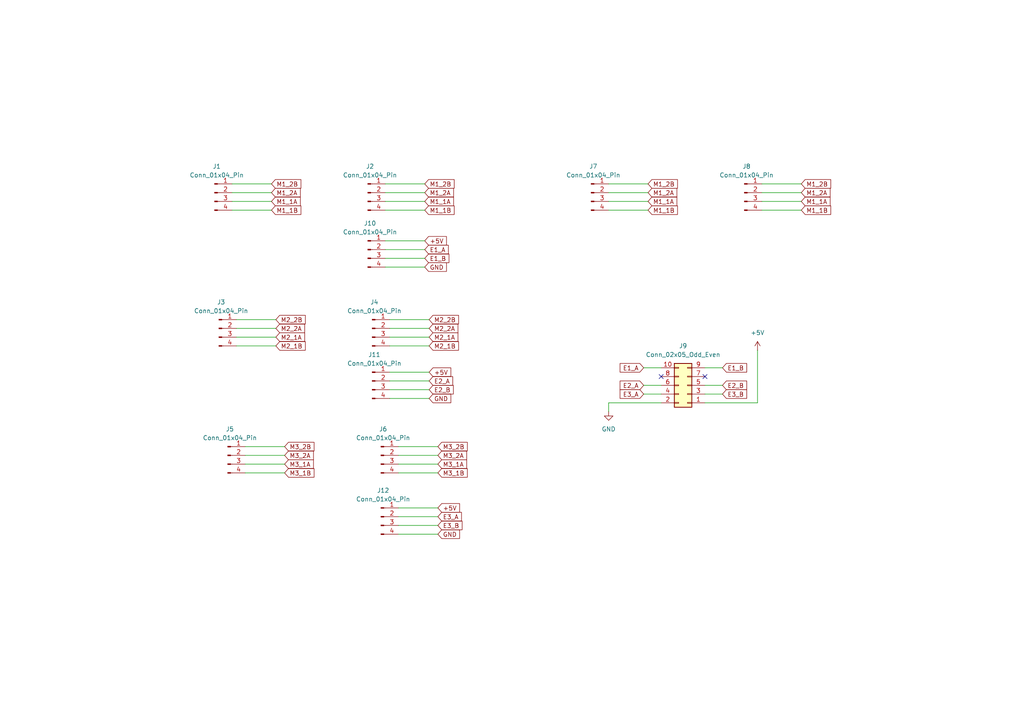
<source format=kicad_sch>
(kicad_sch (version 20231120) (generator "eeschema") (generator_version "8.0")
  (paper "A4")
  (lib_symbols
    (symbol "Connector:Conn_01x04_Pin" (pin_names (offset 1.016) hide)
      (property "Reference" "J" (at 0 5.08 0))
      (property "Value" "Conn_01x04_Pin" (at 0 -7.62 0))
      (symbol "Conn_01x04_Pin_1_1"
        (polyline (pts (xy 1.27 -5.08) (xy 0.8636 -5.08)) (stroke (width 0.1524)))
        (polyline (pts (xy 1.27 -2.54) (xy 0.8636 -2.54)) (stroke (width 0.1524)))
        (polyline (pts (xy 1.27 0) (xy 0.8636 0)) (stroke (width 0.1524)))
        (polyline (pts (xy 1.27 2.54) (xy 0.8636 2.54)) (stroke (width 0.1524)))
        (rectangle (start 0.8636 -4.953) (end 0 -5.207) (stroke (width 0.1524)) (fill (type outline)))
        (rectangle (start 0.8636 -2.413) (end 0 -2.667) (stroke (width 0.1524)) (fill (type outline)))
        (rectangle (start 0.8636 0.127) (end 0 -0.127) (stroke (width 0.1524)) (fill (type outline)))
        (rectangle (start 0.8636 2.667) (end 0 2.413) (stroke (width 0.1524)) (fill (type outline)))
        (pin passive line (at 5.08 2.54 180) (length 3.81) (name "Pin_1") (number "1"))
        (pin passive line (at 5.08 0 180) (length 3.81) (name "Pin_2") (number "2"))
        (pin passive line (at 5.08 -2.54 180) (length 3.81) (name "Pin_3") (number "3"))
        (pin passive line (at 5.08 -5.08 180) (length 3.81) (name "Pin_4") (number "4"))
      )
    )
    (symbol "Connector_Generic:Conn_02x05_Odd_Even" (pin_names (offset 1.016) hide)
      (property "Reference" "J" (at 1.27 7.62 0))
      (property "Value" "Conn_02x05_Odd_Even" (at 1.27 -7.62 0))
      (symbol "Conn_02x05_Odd_Even_1_1"
        (rectangle (start -1.27 -4.953) (end 0 -5.207) (stroke (width 0.1524)))
        (rectangle (start -1.27 -2.413) (end 0 -2.667) (stroke (width 0.1524)))
        (rectangle (start -1.27 0.127) (end 0 -0.127) (stroke (width 0.1524)))
        (rectangle (start -1.27 2.667) (end 0 2.413) (stroke (width 0.1524)))
        (rectangle (start -1.27 5.207) (end 0 4.953) (stroke (width 0.1524)))
        (rectangle (start -1.27 6.35) (end 3.81 -6.35) (stroke (width 0.254)) (fill (type background)))
        (rectangle (start 3.81 -4.953) (end 2.54 -5.207) (stroke (width 0.1524)))
        (rectangle (start 3.81 -2.413) (end 2.54 -2.667) (stroke (width 0.1524)))
        (rectangle (start 3.81 0.127) (end 2.54 -0.127) (stroke (width 0.1524)))
        (rectangle (start 3.81 2.667) (end 2.54 2.413) (stroke (width 0.1524)))
        (rectangle (start 3.81 5.207) (end 2.54 4.953) (stroke (width 0.1524)))
        (pin passive line (at -5.08 5.08 0) (length 3.81) (name "Pin_1") (number "1"))
        (pin passive line (at 7.62 -5.08 180) (length 3.81) (name "Pin_10") (number "10"))
        (pin passive line (at 7.62 5.08 180) (length 3.81) (name "Pin_2") (number "2"))
        (pin passive line (at -5.08 2.54 0) (length 3.81) (name "Pin_3") (number "3"))
        (pin passive line (at 7.62 2.54 180) (length 3.81) (name "Pin_4") (number "4"))
        (pin passive line (at -5.08 0 0) (length 3.81) (name "Pin_5") (number "5"))
        (pin passive line (at 7.62 0 180) (length 3.81) (name "Pin_6") (number "6"))
        (pin passive line (at -5.08 -2.54 0) (length 3.81) (name "Pin_7") (number "7"))
        (pin passive line (at 7.62 -2.54 180) (length 3.81) (name "Pin_8") (number "8"))
        (pin passive line (at -5.08 -5.08 0) (length 3.81) (name "Pin_9") (number "9"))
      )
    )
    (symbol "power:+5V" (power) (pin_numbers hide) (pin_names (offset 0) hide)
      (property "Value" "+5V" (at 0 3.556 0))
      (symbol "+5V_0_1"
        (polyline (pts (xy -0.762 1.27) (xy 0 2.54)))
        (polyline (pts (xy 0 0) (xy 0 2.54)))
        (polyline (pts (xy 0 2.54) (xy 0.762 1.27)))
      )
      (symbol "+5V_1_1"
        (pin power_in line (at 0 0 90) (length 0) (name "~") (number "1"))
      )
    )
    (symbol "power:GND" (power) (pin_numbers hide) (pin_names (offset 0) hide)
      (property "Value" "GND" (at 0 -3.81 0))
      (symbol "GND_0_1"
        (polyline (pts (xy 0 0) (xy 0 -1.27) (xy 1.27 -1.27) (xy 0 -2.54) (xy -1.27 -1.27) (xy 0 -1.27)))
      )
      (symbol "GND_1_1"
        (pin power_in line (at 0 0 270) (length 0) (name "~") (number "1"))
      )
    )
  )
  (no_connect (at 204.47 109.22))
  (no_connect (at 191.77 109.22))
  (wire (pts (xy 220.98 55.88) (xy 232.41 55.88)))
  (wire (pts (xy 68.58 92.71) (xy 80.01 92.71)))
  (wire (pts (xy 115.57 149.86) (xy 127 149.86)))
  (wire (pts (xy 176.53 58.42) (xy 187.96 58.42)))
  (wire (pts (xy 204.47 106.68) (xy 209.55 106.68)))
  (wire (pts (xy 111.76 55.88) (xy 123.19 55.88)))
  (wire (pts (xy 220.98 58.42) (xy 232.41 58.42)))
  (wire (pts (xy 113.03 107.95) (xy 124.46 107.95)))
  (wire (pts (xy 186.69 111.76) (xy 191.77 111.76)))
  (wire (pts (xy 71.12 132.08) (xy 82.55 132.08)))
  (wire (pts (xy 111.76 58.42) (xy 123.19 58.42)))
  (wire (pts (xy 67.31 60.96) (xy 78.74 60.96)))
  (wire (pts (xy 219.71 101.6) (xy 219.71 116.84)))
  (wire (pts (xy 115.57 137.16) (xy 127 137.16)))
  (wire (pts (xy 111.76 77.47) (xy 123.19 77.47)))
  (wire (pts (xy 176.53 55.88) (xy 187.96 55.88)))
  (wire (pts (xy 111.76 72.39) (xy 123.19 72.39)))
  (wire (pts (xy 113.03 110.49) (xy 124.46 110.49)))
  (wire (pts (xy 176.53 119.38) (xy 176.53 116.84)))
  (wire (pts (xy 67.31 53.34) (xy 78.74 53.34)))
  (wire (pts (xy 115.57 152.4) (xy 127 152.4)))
  (wire (pts (xy 111.76 60.96) (xy 123.19 60.96)))
  (wire (pts (xy 176.53 60.96) (xy 187.96 60.96)))
  (wire (pts (xy 71.12 129.54) (xy 82.55 129.54)))
  (wire (pts (xy 113.03 92.71) (xy 124.46 92.71)))
  (wire (pts (xy 111.76 69.85) (xy 123.19 69.85)))
  (wire (pts (xy 68.58 95.25) (xy 80.01 95.25)))
  (wire (pts (xy 67.31 58.42) (xy 78.74 58.42)))
  (wire (pts (xy 204.47 116.84) (xy 219.71 116.84)))
  (wire (pts (xy 186.69 114.3) (xy 191.77 114.3)))
  (wire (pts (xy 68.58 97.79) (xy 80.01 97.79)))
  (wire (pts (xy 71.12 134.62) (xy 82.55 134.62)))
  (wire (pts (xy 115.57 134.62) (xy 127 134.62)))
  (wire (pts (xy 71.12 137.16) (xy 82.55 137.16)))
  (wire (pts (xy 220.98 60.96) (xy 232.41 60.96)))
  (wire (pts (xy 113.03 113.03) (xy 124.46 113.03)))
  (wire (pts (xy 220.98 53.34) (xy 232.41 53.34)))
  (wire (pts (xy 113.03 100.33) (xy 124.46 100.33)))
  (wire (pts (xy 67.31 55.88) (xy 78.74 55.88)))
  (wire (pts (xy 113.03 115.57) (xy 124.46 115.57)))
  (wire (pts (xy 115.57 147.32) (xy 127 147.32)))
  (wire (pts (xy 113.03 95.25) (xy 124.46 95.25)))
  (wire (pts (xy 113.03 97.79) (xy 124.46 97.79)))
  (wire (pts (xy 111.76 53.34) (xy 123.19 53.34)))
  (wire (pts (xy 68.58 100.33) (xy 80.01 100.33)))
  (wire (pts (xy 115.57 132.08) (xy 127 132.08)))
  (wire (pts (xy 176.53 116.84) (xy 191.77 116.84)))
  (wire (pts (xy 111.76 74.93) (xy 123.19 74.93)))
  (wire (pts (xy 115.57 154.94) (xy 127 154.94)))
  (wire (pts (xy 115.57 129.54) (xy 127 129.54)))
  (wire (pts (xy 176.53 53.34) (xy 187.96 53.34)))
  (wire (pts (xy 204.47 114.3) (xy 209.55 114.3)))
  (wire (pts (xy 204.47 111.76) (xy 209.55 111.76)))
  (wire (pts (xy 186.69 106.68) (xy 191.77 106.68)))
  (global_label "E3_B" (shape input) (at 127 152.4 0) (property "Intersheetrefs" "${INTERSHEET_REFS}" (effects (hide yes))))
  (global_label "M1_2A" (shape input) (at 232.41 55.88 0) (property "Intersheetrefs" "${INTERSHEET_REFS}" (effects (hide yes))))
  (global_label "M1_1B" (shape input) (at 78.74 60.96 0) (property "Intersheetrefs" "${INTERSHEET_REFS}" (effects (hide yes))))
  (global_label "+5V" (shape input) (at 123.19 69.85 0) (property "Intersheetrefs" "${INTERSHEET_REFS}" (effects (hide yes))))
  (global_label "E1_A" (shape input) (at 123.19 72.39 0) (property "Intersheetrefs" "${INTERSHEET_REFS}" (effects (hide yes))))
  (global_label "E3_A" (shape input) (at 127 149.86 0) (property "Intersheetrefs" "${INTERSHEET_REFS}" (effects (hide yes))))
  (global_label "M1_1A" (shape input) (at 187.96 58.42 0) (property "Intersheetrefs" "${INTERSHEET_REFS}" (effects (hide yes))))
  (global_label "M1_2B" (shape input) (at 78.74 53.34 0) (property "Intersheetrefs" "${INTERSHEET_REFS}" (effects (hide yes))))
  (global_label "M3_2A" (shape input) (at 127 132.08 0) (property "Intersheetrefs" "${INTERSHEET_REFS}" (effects (hide yes))))
  (global_label "M1_1B" (shape input) (at 123.19 60.96 0) (property "Intersheetrefs" "${INTERSHEET_REFS}" (effects (hide yes))))
  (global_label "M1_2B" (shape input) (at 232.41 53.34 0) (property "Intersheetrefs" "${INTERSHEET_REFS}" (effects (hide yes))))
  (global_label "M2_2A" (shape input) (at 80.01 95.25 0) (property "Intersheetrefs" "${INTERSHEET_REFS}" (effects (hide yes))))
  (global_label "GND" (shape input) (at 127 154.94 0) (property "Intersheetrefs" "${INTERSHEET_REFS}" (effects (hide yes))))
  (global_label "M1_1A" (shape input) (at 78.74 58.42 0) (property "Intersheetrefs" "${INTERSHEET_REFS}" (effects (hide yes))))
  (global_label "E1_B" (shape input) (at 209.55 106.68 0) (property "Intersheetrefs" "${INTERSHEET_REFS}" (effects (hide yes))))
  (global_label "M1_1A" (shape input) (at 232.41 58.42 0) (property "Intersheetrefs" "${INTERSHEET_REFS}" (effects (hide yes))))
  (global_label "E2_B" (shape input) (at 209.55 111.76 0) (property "Intersheetrefs" "${INTERSHEET_REFS}" (effects (hide yes))))
  (global_label "M2_1A" (shape input) (at 124.46 97.79 0) (property "Intersheetrefs" "${INTERSHEET_REFS}" (effects (hide yes))))
  (global_label "M3_2A" (shape input) (at 82.55 132.08 0) (property "Intersheetrefs" "${INTERSHEET_REFS}" (effects (hide yes))))
  (global_label "M1_1A" (shape input) (at 123.19 58.42 0) (property "Intersheetrefs" "${INTERSHEET_REFS}" (effects (hide yes))))
  (global_label "M1_2B" (shape input) (at 123.19 53.34 0) (property "Intersheetrefs" "${INTERSHEET_REFS}" (effects (hide yes))))
  (global_label "+5V" (shape input) (at 127 147.32 0) (property "Intersheetrefs" "${INTERSHEET_REFS}" (effects (hide yes))))
  (global_label "M1_1B" (shape input) (at 232.41 60.96 0) (property "Intersheetrefs" "${INTERSHEET_REFS}" (effects (hide yes))))
  (global_label "M3_1B" (shape input) (at 127 137.16 0) (property "Intersheetrefs" "${INTERSHEET_REFS}" (effects (hide yes))))
  (global_label "M2_2A" (shape input) (at 124.46 95.25 0) (property "Intersheetrefs" "${INTERSHEET_REFS}" (effects (hide yes))))
  (global_label "E2_A" (shape input) (at 124.46 110.49 0) (property "Intersheetrefs" "${INTERSHEET_REFS}" (effects (hide yes))))
  (global_label "M2_1B" (shape input) (at 80.01 100.33 0) (property "Intersheetrefs" "${INTERSHEET_REFS}" (effects (hide yes))))
  (global_label "M2_2B" (shape input) (at 80.01 92.71 0) (property "Intersheetrefs" "${INTERSHEET_REFS}" (effects (hide yes))))
  (global_label "M2_1B" (shape input) (at 124.46 100.33 0) (property "Intersheetrefs" "${INTERSHEET_REFS}" (effects (hide yes))))
  (global_label "E3_A" (shape input) (at 186.69 114.3 180) (property "Intersheetrefs" "${INTERSHEET_REFS}" (effects (hide yes))))
  (global_label "GND" (shape input) (at 124.46 115.57 0) (property "Intersheetrefs" "${INTERSHEET_REFS}" (effects (hide yes))))
  (global_label "GND" (shape input) (at 123.19 77.47 0) (property "Intersheetrefs" "${INTERSHEET_REFS}" (effects (hide yes))))
  (global_label "M1_2B" (shape input) (at 187.96 53.34 0) (property "Intersheetrefs" "${INTERSHEET_REFS}" (effects (hide yes))))
  (global_label "+5V" (shape input) (at 124.46 107.95 0) (property "Intersheetrefs" "${INTERSHEET_REFS}" (effects (hide yes))))
  (global_label "M1_2A" (shape input) (at 187.96 55.88 0) (property "Intersheetrefs" "${INTERSHEET_REFS}" (effects (hide yes))))
  (global_label "E1_B" (shape input) (at 123.19 74.93 0) (property "Intersheetrefs" "${INTERSHEET_REFS}" (effects (hide yes))))
  (global_label "E1_A" (shape input) (at 186.69 106.68 180) (property "Intersheetrefs" "${INTERSHEET_REFS}" (effects (hide yes))))
  (global_label "M3_1B" (shape input) (at 82.55 137.16 0) (property "Intersheetrefs" "${INTERSHEET_REFS}" (effects (hide yes))))
  (global_label "E2_B" (shape input) (at 124.46 113.03 0) (property "Intersheetrefs" "${INTERSHEET_REFS}" (effects (hide yes))))
  (global_label "E2_A" (shape input) (at 186.69 111.76 180) (property "Intersheetrefs" "${INTERSHEET_REFS}" (effects (hide yes))))
  (global_label "M1_2A" (shape input) (at 123.19 55.88 0) (property "Intersheetrefs" "${INTERSHEET_REFS}" (effects (hide yes))))
  (global_label "M3_2B" (shape input) (at 127 129.54 0) (property "Intersheetrefs" "${INTERSHEET_REFS}" (effects (hide yes))))
  (global_label "E3_B" (shape input) (at 209.55 114.3 0) (property "Intersheetrefs" "${INTERSHEET_REFS}" (effects (hide yes))))
  (global_label "M3_2B" (shape input) (at 82.55 129.54 0) (property "Intersheetrefs" "${INTERSHEET_REFS}" (effects (hide yes))))
  (global_label "M1_2A" (shape input) (at 78.74 55.88 0) (property "Intersheetrefs" "${INTERSHEET_REFS}" (effects (hide yes))))
  (global_label "M3_1A" (shape input) (at 127 134.62 0) (property "Intersheetrefs" "${INTERSHEET_REFS}" (effects (hide yes))))
  (global_label "M1_1B" (shape input) (at 187.96 60.96 0) (property "Intersheetrefs" "${INTERSHEET_REFS}" (effects (hide yes))))
  (global_label "M2_1A" (shape input) (at 80.01 97.79 0) (property "Intersheetrefs" "${INTERSHEET_REFS}" (effects (hide yes))))
  (global_label "M3_1A" (shape input) (at 82.55 134.62 0) (property "Intersheetrefs" "${INTERSHEET_REFS}" (effects (hide yes))))
  (global_label "M2_2B" (shape input) (at 124.46 92.71 0) (property "Intersheetrefs" "${INTERSHEET_REFS}" (effects (hide yes))))
  (symbol (lib_id "Connector:Conn_01x04_Pin") (at 107.95 95.25 0) (unit 1)
    (property "Reference" "J4" (at 108.585 87.63 0))
    (property "Value" "Conn_01x04_Pin" (at 108.585 90.17 0))
    (property "Description" "Generic connector, single row, 01x04, script generated" (effects (hide yes)))
  )
  (symbol (lib_id "Connector:Conn_01x04_Pin") (at 62.23 55.88 0) (unit 1)
    (property "Reference" "J1" (at 62.865 48.26 0))
    (property "Value" "Conn_01x04_Pin" (at 62.865 50.8 0))
    (property "Description" "Generic connector, single row, 01x04, script generated" (effects (hide yes)))
  )
  (symbol (lib_id "power:+5V") (at 219.71 101.6 0) (unit 1)
    (property "Reference" "#PWR01" (effects (hide yes)))
    (property "Value" "+5V" (at 219.71 96.52 0))
    (property "Description" "Power symbol creates a global label with name \"+5V\"" (effects (hide yes)))
  )
  (symbol (lib_id "Connector:Conn_01x04_Pin") (at 110.49 132.08 0) (unit 1)
    (property "Reference" "J6" (at 111.125 124.46 0))
    (property "Value" "Conn_01x04_Pin" (at 111.125 127 0))
    (property "Description" "Generic connector, single row, 01x04, script generated" (effects (hide yes)))
  )
  (symbol (lib_id "Connector:Conn_01x04_Pin") (at 110.49 149.86 0) (unit 1)
    (property "Reference" "J12" (at 111.125 142.24 0))
    (property "Value" "Conn_01x04_Pin" (at 111.125 144.78 0))
    (property "Description" "Generic connector, single row, 01x04, script generated" (effects (hide yes)))
  )
  (symbol (lib_id "Connector:Conn_01x04_Pin") (at 106.68 72.39 0) (unit 1)
    (property "Reference" "J10" (at 107.315 64.77 0))
    (property "Value" "Conn_01x04_Pin" (at 107.315 67.31 0))
    (property "Description" "Generic connector, single row, 01x04, script generated" (effects (hide yes)))
  )
  (symbol (lib_id "Connector:Conn_01x04_Pin") (at 63.5 95.25 0) (unit 1)
    (property "Reference" "J3" (at 64.135 87.63 0))
    (property "Value" "Conn_01x04_Pin" (at 64.135 90.17 0))
    (property "Description" "Generic connector, single row, 01x04, script generated" (effects (hide yes)))
  )
  (symbol (lib_id "Connector:Conn_01x04_Pin") (at 66.04 132.08 0) (unit 1)
    (property "Reference" "J5" (at 66.675 124.46 0))
    (property "Value" "Conn_01x04_Pin" (at 66.675 127 0))
    (property "Description" "Generic connector, single row, 01x04, script generated" (effects (hide yes)))
  )
  (symbol (lib_id "Connector_Generic:Conn_02x05_Odd_Even") (at 199.39 111.76 180) (unit 1)
    (property "Reference" "J9" (at 198.12 100.33 0))
    (property "Value" "Conn_02x05_Odd_Even" (at 198.12 102.87 0))
    (property "Description" "Generic connector, double row, 02x05, odd/even pin numbering scheme (row 1 odd numbers, row 2 even numbers), script generated (kicad-library-utils/schlib/autogen/connector/)" (effects (hide yes)))
  )
  (symbol (lib_id "Connector:Conn_01x04_Pin") (at 106.68 55.88 0) (unit 1)
    (property "Reference" "J2" (at 107.315 48.26 0))
    (property "Value" "Conn_01x04_Pin" (at 107.315 50.8 0))
    (property "Description" "Generic connector, single row, 01x04, script generated" (effects (hide yes)))
  )
  (symbol (lib_id "Connector:Conn_01x04_Pin") (at 107.95 110.49 0) (unit 1)
    (property "Reference" "J11" (at 108.585 102.87 0))
    (property "Value" "Conn_01x04_Pin" (at 108.585 105.41 0))
    (property "Description" "Generic connector, single row, 01x04, script generated" (effects (hide yes)))
  )
  (symbol (lib_id "Connector:Conn_01x04_Pin") (at 171.45 55.88 0) (unit 1)
    (property "Reference" "J7" (at 172.085 48.26 0))
    (property "Value" "Conn_01x04_Pin" (at 172.085 50.8 0))
    (property "Description" "Generic connector, single row, 01x04, script generated" (effects (hide yes)))
  )
  (symbol (lib_id "power:GND") (at 176.53 119.38 0) (unit 1)
    (property "Reference" "#PWR02" (effects (hide yes)))
    (property "Value" "GND" (at 176.53 124.46 0))
    (property "Description" "Power symbol creates a global label with name \"GND\" , ground" (effects (hide yes)))
  )
  (symbol (lib_id "Connector:Conn_01x04_Pin") (at 215.9 55.88 0) (unit 1)
    (property "Reference" "J8" (at 216.535 48.26 0))
    (property "Value" "Conn_01x04_Pin" (at 216.535 50.8 0))
    (property "Description" "Generic connector, single row, 01x04, script generated" (effects (hide yes)))
  )
)
</source>
